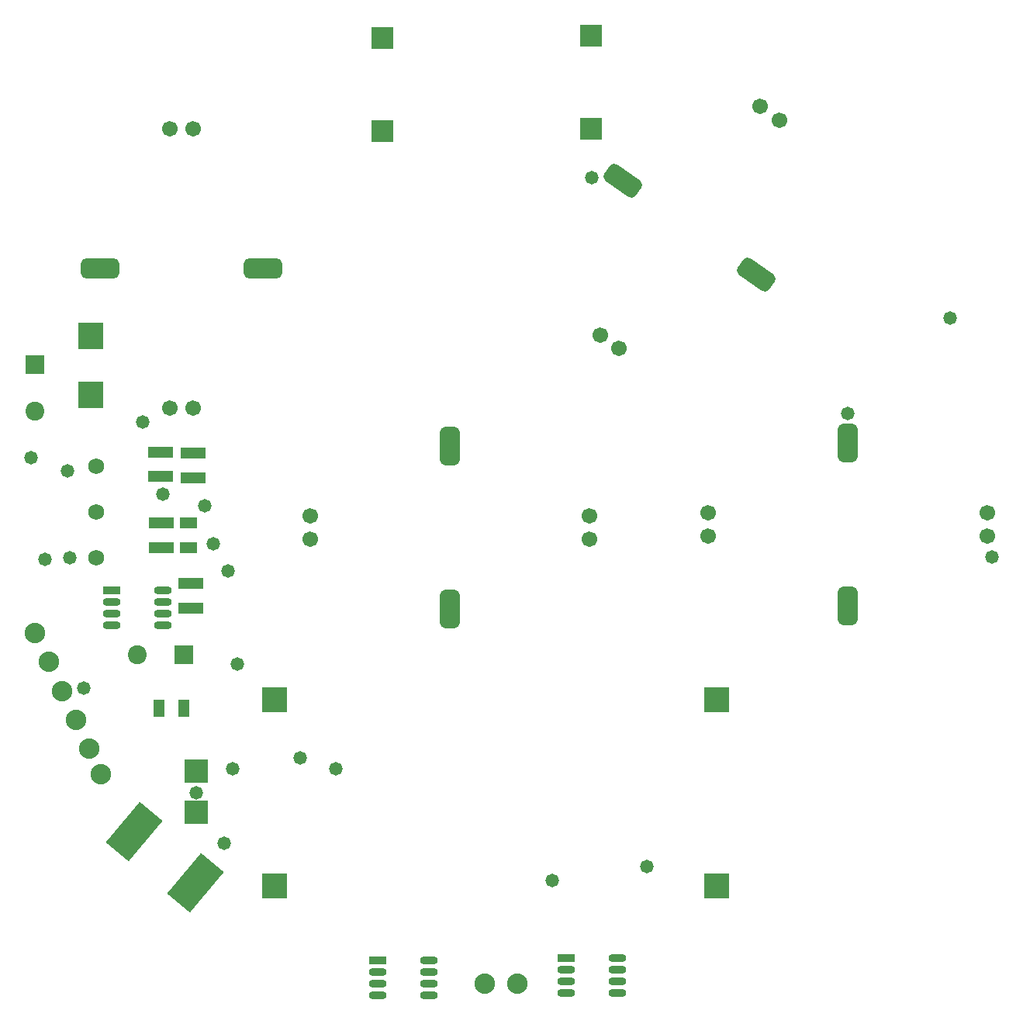
<source format=gts>
G04 Layer_Color=8388736*
%FSLAX23Y23*%
%MOIN*%
G70*
G01*
G75*
%ADD37R,0.110X0.051*%
%ADD38R,0.075X0.051*%
G04:AMPARAMS|DCode=39|XSize=165mil|YSize=87mil|CornerRadius=24mil|HoleSize=0mil|Usage=FLASHONLY|Rotation=270.000|XOffset=0mil|YOffset=0mil|HoleType=Round|Shape=RoundedRectangle|*
%AMROUNDEDRECTD39*
21,1,0.165,0.039,0,0,270.0*
21,1,0.118,0.087,0,0,270.0*
1,1,0.047,-0.020,-0.059*
1,1,0.047,-0.020,0.059*
1,1,0.047,0.020,0.059*
1,1,0.047,0.020,-0.059*
%
%ADD39ROUNDEDRECTD39*%
G04:AMPARAMS|DCode=40|XSize=165mil|YSize=87mil|CornerRadius=24mil|HoleSize=0mil|Usage=FLASHONLY|Rotation=145.000|XOffset=0mil|YOffset=0mil|HoleType=Round|Shape=RoundedRectangle|*
%AMROUNDEDRECTD40*
21,1,0.165,0.039,0,0,145.0*
21,1,0.118,0.087,0,0,145.0*
1,1,0.047,-0.037,0.050*
1,1,0.047,0.060,-0.018*
1,1,0.047,0.037,-0.050*
1,1,0.047,-0.060,0.018*
%
%ADD40ROUNDEDRECTD40*%
G04:AMPARAMS|DCode=41|XSize=228mil|YSize=128mil|CornerRadius=0mil|HoleSize=0mil|Usage=FLASHONLY|Rotation=230.000|XOffset=0mil|YOffset=0mil|HoleType=Round|Shape=Rectangle|*
%AMROTATEDRECTD41*
4,1,4,0.024,0.128,0.122,0.046,-0.024,-0.128,-0.122,-0.046,0.024,0.128,0.0*
%
%ADD41ROTATEDRECTD41*%

%ADD42R,0.108X0.117*%
%ADD43R,0.051X0.075*%
G04:AMPARAMS|DCode=44|XSize=165mil|YSize=87mil|CornerRadius=24mil|HoleSize=0mil|Usage=FLASHONLY|Rotation=0.000|XOffset=0mil|YOffset=0mil|HoleType=Round|Shape=RoundedRectangle|*
%AMROUNDEDRECTD44*
21,1,0.165,0.039,0,0,0.0*
21,1,0.118,0.087,0,0,0.0*
1,1,0.047,0.059,-0.020*
1,1,0.047,-0.059,-0.020*
1,1,0.047,-0.059,0.020*
1,1,0.047,0.059,0.020*
%
%ADD44ROUNDEDRECTD44*%
%ADD45O,0.077X0.034*%
%ADD46R,0.077X0.034*%
%ADD47R,0.099X0.099*%
%ADD48C,0.067*%
%ADD49R,0.081X0.081*%
%ADD50C,0.081*%
%ADD51C,0.068*%
%ADD52R,0.098X0.098*%
%ADD53R,0.108X0.108*%
%ADD54C,0.088*%
%ADD55R,0.081X0.081*%
%ADD56C,0.058*%
D37*
X-7175Y-156D02*
D03*
Y-50D02*
D03*
X-7050Y-309D02*
D03*
Y-415D02*
D03*
X-7040Y145D02*
D03*
Y251D02*
D03*
X-7180Y256D02*
D03*
Y150D02*
D03*
D38*
X-7060Y-50D02*
D03*
Y-156D02*
D03*
D39*
X-5935Y280D02*
D03*
Y-420D02*
D03*
X-4225Y295D02*
D03*
Y-405D02*
D03*
D40*
X-4618Y1019D02*
D03*
X-5192Y1421D02*
D03*
D41*
X-7292Y-1375D02*
D03*
X-7030Y-1595D02*
D03*
D42*
X-7480Y755D02*
D03*
Y501D02*
D03*
D43*
X-7185Y-845D02*
D03*
X-7079D02*
D03*
D44*
X-7440Y1045D02*
D03*
X-6740D02*
D03*
D45*
X-6025Y-2080D02*
D03*
Y-2030D02*
D03*
Y-1980D02*
D03*
Y-1930D02*
D03*
X-6245Y-2080D02*
D03*
Y-2030D02*
D03*
Y-1980D02*
D03*
X-5215Y-2070D02*
D03*
Y-2020D02*
D03*
Y-1970D02*
D03*
Y-1920D02*
D03*
X-5435Y-2070D02*
D03*
Y-2020D02*
D03*
Y-1970D02*
D03*
X-7170Y-490D02*
D03*
Y-440D02*
D03*
Y-390D02*
D03*
Y-340D02*
D03*
X-7390Y-490D02*
D03*
Y-440D02*
D03*
Y-390D02*
D03*
D46*
X-6245Y-1930D02*
D03*
X-5435Y-1920D02*
D03*
X-7390Y-340D02*
D03*
D47*
X-7025Y-1115D02*
D03*
Y-1292D02*
D03*
D48*
X-6535Y-120D02*
D03*
Y-20D02*
D03*
X-5335Y-120D02*
D03*
Y-20D02*
D03*
X-4825Y-105D02*
D03*
Y-5D02*
D03*
X-3625Y-105D02*
D03*
Y-5D02*
D03*
X-4602Y1740D02*
D03*
X-4520Y1683D02*
D03*
X-5290Y757D02*
D03*
X-5208Y700D02*
D03*
X-7040Y445D02*
D03*
X-7140D02*
D03*
X-7040Y1645D02*
D03*
X-7140D02*
D03*
D49*
X-7720Y630D02*
D03*
D50*
Y430D02*
D03*
X-7280Y-615D02*
D03*
D51*
X-7455Y195D02*
D03*
Y-2D02*
D03*
Y-199D02*
D03*
D52*
X-5330Y2045D02*
D03*
Y1645D02*
D03*
X-6225Y2035D02*
D03*
Y1635D02*
D03*
D53*
X-4790Y-810D02*
D03*
Y-1610D02*
D03*
X-6690D02*
D03*
Y-810D02*
D03*
D54*
X-7718Y-521D02*
D03*
X-7660Y-646D02*
D03*
X-7601Y-771D02*
D03*
X-7543Y-895D02*
D03*
X-7485Y-1020D02*
D03*
X-7436Y-1127D02*
D03*
X-5647Y-2030D02*
D03*
X-5785D02*
D03*
D55*
X-7080Y-615D02*
D03*
D56*
X-7675Y-205D02*
D03*
X-7570Y-200D02*
D03*
X-7580Y175D02*
D03*
X-7735Y230D02*
D03*
X-7255Y385D02*
D03*
X-7510Y-760D02*
D03*
X-3605Y-195D02*
D03*
X-6850Y-655D02*
D03*
X-6890Y-255D02*
D03*
X-4225Y420D02*
D03*
X-6905Y-1425D02*
D03*
X-5325Y1435D02*
D03*
X-3785Y830D02*
D03*
X-5090Y-1525D02*
D03*
X-5495Y-1585D02*
D03*
X-6425Y-1105D02*
D03*
X-6580Y-1060D02*
D03*
X-7025Y-1207D02*
D03*
X-6990Y25D02*
D03*
X-7170Y75D02*
D03*
X-6869Y-1105D02*
D03*
X-6951Y-137D02*
D03*
M02*

</source>
